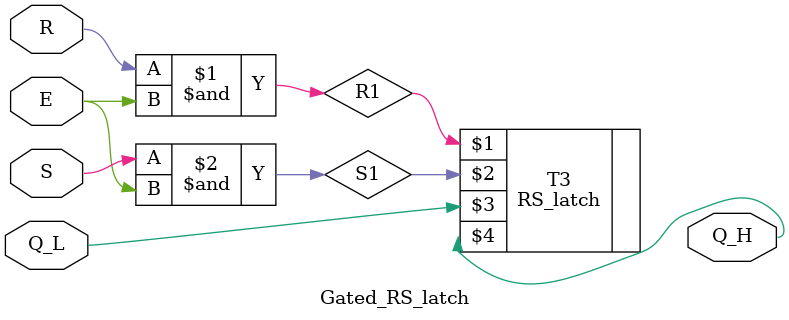
<source format=v>
`timescale 1ns / 1ps
module Gated_RS_latch(
    input R,
    input S,
    input E,
    input Q_L,
    output Q_H
    );
	 
	 wire R1, S1;
	 
	 and T1(R1, R, E);
	 and T2(S1, S, E);
	 
	 RS_latch T3 (R1, S1, Q_L, Q_H);
	 
endmodule

</source>
